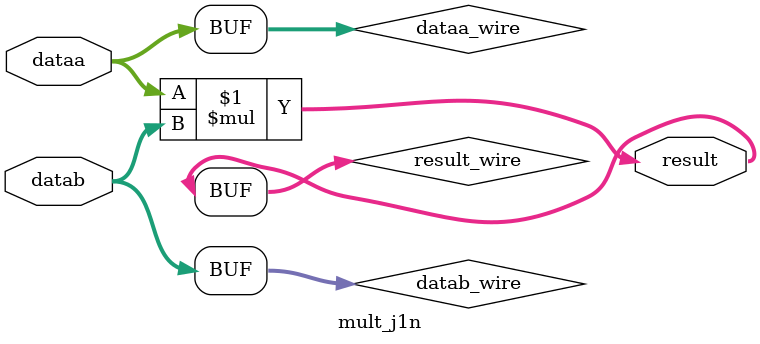
<source format=v>






//synthesis_resources = 
//synopsys translate_off
`timescale 1 ps / 1 ps
//synopsys translate_on
module  mult_j1n
	( 
	dataa,
	datab,
	result) /* synthesis synthesis_clearbox=1 */;
	input   [26:0]  dataa;
	input   [26:0]  datab;
	output   [53:0]  result;

	wire signed	[26:0]    dataa_wire;
	wire signed	[26:0]    datab_wire;
	wire signed	[53:0]    result_wire;



	assign dataa_wire = dataa;
	assign datab_wire = datab;
	assign result_wire = dataa_wire * datab_wire;
	assign result = ({result_wire[53:0]});

endmodule //mult_j1n
//VALID FILE

</source>
